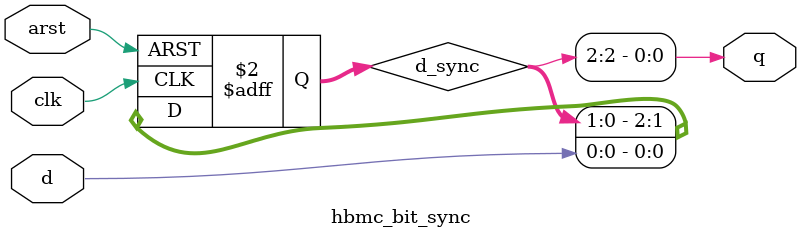
<source format=v>

/* 
 * ----------------------------------------------------------------------------
 *  Project:  OpenHBMC
 *  Filename: hbmc_bit_sync.v
 *  Purpose:  Single bit synchronizer.
 * ----------------------------------------------------------------------------
 *  Copyright © 2020-2022, Vaagn Oganesyan <ovgn@protonmail.com>
 *  
 *  Licensed under the Apache License, Version 2.0 (the "License");
 *  you may not use this file except in compliance with the License.
 *  You may obtain a copy of the License at
 *  
 *      http://www.apache.org/licenses/LICENSE-2.0
 *  
 *  Unless required by applicable law or agreed to in writing, software
 *  distributed under the License is distributed on an "AS IS" BASIS,
 *  WITHOUT WARRANTIES OR CONDITIONS OF ANY KIND, either express or implied.
 *  See the License for the specific language governing permissions and
 *  limitations under the License.
 * ----------------------------------------------------------------------------
 */


`default_nettype none
`timescale 1ps / 1ps


(* KEEP_HIERARCHY = "TRUE" *)
module hbmc_bit_sync #
(
    parameter integer C_SYNC_STAGES = 3,
    parameter         C_RESET_STATE = 1'b0
)
(
    input   wire    arst,
    input   wire    clk,
    input   wire    d,
    output  wire    q
);

    (* shreg_extract = "no", ASYNC_REG = "TRUE" *)  reg [C_SYNC_STAGES - 1:0] d_sync;
    
    
    always @(posedge clk or posedge arst) begin
        if (arst) begin
            d_sync <= {C_SYNC_STAGES{C_RESET_STATE}};
        end else begin
            d_sync <= {d_sync[C_SYNC_STAGES - 2:0], d};
        end 
    end
    
    
    assign q = d_sync[C_SYNC_STAGES - 1];
    
endmodule

/*----------------------------------------------------------------------------------------------------------------------------*/

`default_nettype wire

</source>
